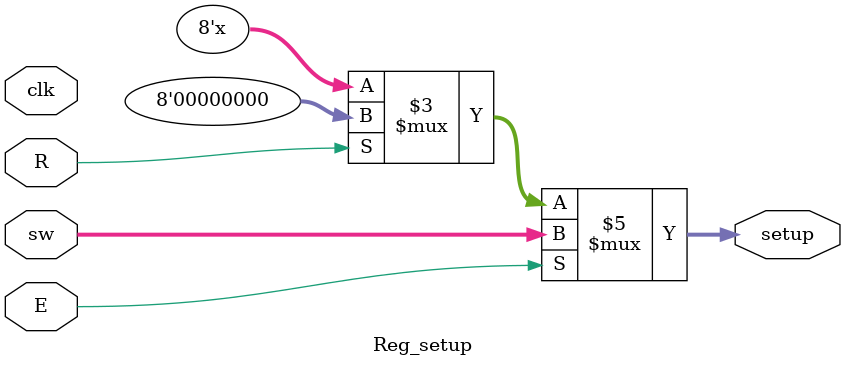
<source format=v>
/*
Registrador de 2 bits que guarda o nível de jogo escolhido no estado Setup.
Entradas:
	- clk (wire - 1): clock
	- R (wire - 1): reset
	- E (wire - 1): enable
	- sw (wire - 8): switches
Saídas:
	- setup (reg - 8: guarda o valor do switches
*/

module Reg_setup(
	//entrada de dados
	clk,
	R,
	E,
	sw,
	
	//saída de dados
	setup
);

	//localparams
	localparam p_sw = 8;
	localparam p_setup = 8;

	// Input Port(s)
	input wire 						clk;
	input wire 						R;
	input wire 						E;
	input wire [p_sw - 1:0] 	sw;
	
	// Output Port(s)
	output reg [p_setup - 1:0] setup;
	
	always @(E or R)
		begin
			if (R == 1'b1)
				begin
					setup <= 8'b0;  // TODO ver com o prof. o registrador não é de 2 bits? pq tamanho 8?
				end
			
			if (E)
				begin
					setup <= sw;
				end
		end
endmodule

</source>
